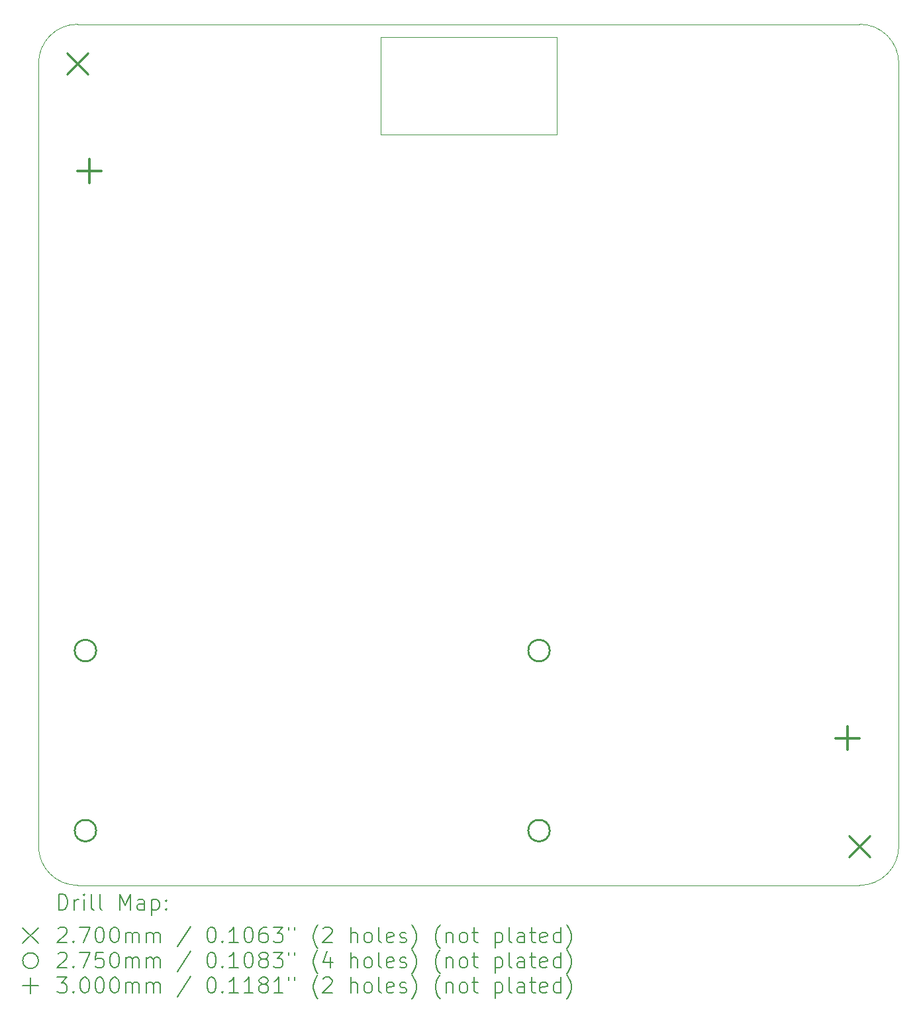
<source format=gbr>
%TF.GenerationSoftware,KiCad,Pcbnew,9.0.2*%
%TF.CreationDate,2025-07-02T14:38:04-04:00*%
%TF.ProjectId,PaperCam_Kicad,50617065-7243-4616-9d5f-4b696361642e,rev?*%
%TF.SameCoordinates,Original*%
%TF.FileFunction,Drillmap*%
%TF.FilePolarity,Positive*%
%FSLAX45Y45*%
G04 Gerber Fmt 4.5, Leading zero omitted, Abs format (unit mm)*
G04 Created by KiCad (PCBNEW 9.0.2) date 2025-07-02 14:38:04*
%MOMM*%
%LPD*%
G01*
G04 APERTURE LIST*
%ADD10C,0.050000*%
%ADD11C,0.200000*%
%ADD12C,0.270000*%
%ADD13C,0.275000*%
%ADD14C,0.300000*%
G04 APERTURE END LIST*
D10*
X0Y-10500000D02*
X0Y-500000D01*
X10500000Y-11000000D02*
X500000Y-11000000D01*
X10500000Y0D02*
G75*
G02*
X11000000Y-500000I0J-500000D01*
G01*
X500000Y-11000000D02*
G75*
G02*
X0Y-10500000I0J500000D01*
G01*
X11000000Y-500000D02*
X11000000Y-10500000D01*
X0Y-500000D02*
G75*
G02*
X500000Y0I500000J0D01*
G01*
X500000Y0D02*
X10500000Y0D01*
X4375000Y-162500D02*
X6625000Y-162500D01*
X6625000Y-1412500D01*
X4375000Y-1412500D01*
X4375000Y-162500D01*
X11000000Y-10500000D02*
G75*
G02*
X10500000Y-11000000I-500000J0D01*
G01*
D11*
D12*
X365000Y-365000D02*
X635000Y-635000D01*
X635000Y-365000D02*
X365000Y-635000D01*
X10365000Y-10365000D02*
X10635000Y-10635000D01*
X10635000Y-10365000D02*
X10365000Y-10635000D01*
D13*
X736875Y-8001250D02*
G75*
G02*
X461875Y-8001250I-137500J0D01*
G01*
X461875Y-8001250D02*
G75*
G02*
X736875Y-8001250I137500J0D01*
G01*
X736875Y-10301250D02*
G75*
G02*
X461875Y-10301250I-137500J0D01*
G01*
X461875Y-10301250D02*
G75*
G02*
X736875Y-10301250I137500J0D01*
G01*
X6536875Y-8001250D02*
G75*
G02*
X6261875Y-8001250I-137500J0D01*
G01*
X6261875Y-8001250D02*
G75*
G02*
X6536875Y-8001250I137500J0D01*
G01*
X6536875Y-10301250D02*
G75*
G02*
X6261875Y-10301250I-137500J0D01*
G01*
X6261875Y-10301250D02*
G75*
G02*
X6536875Y-10301250I137500J0D01*
G01*
D14*
X650275Y-1723984D02*
X650275Y-2023984D01*
X500275Y-1873984D02*
X800275Y-1873984D01*
X10342815Y-8970202D02*
X10342815Y-9270202D01*
X10192815Y-9120202D02*
X10492815Y-9120202D01*
D11*
X258277Y-11313984D02*
X258277Y-11113984D01*
X258277Y-11113984D02*
X305896Y-11113984D01*
X305896Y-11113984D02*
X334467Y-11123508D01*
X334467Y-11123508D02*
X353515Y-11142555D01*
X353515Y-11142555D02*
X363039Y-11161603D01*
X363039Y-11161603D02*
X372562Y-11199698D01*
X372562Y-11199698D02*
X372562Y-11228269D01*
X372562Y-11228269D02*
X363039Y-11266365D01*
X363039Y-11266365D02*
X353515Y-11285412D01*
X353515Y-11285412D02*
X334467Y-11304460D01*
X334467Y-11304460D02*
X305896Y-11313984D01*
X305896Y-11313984D02*
X258277Y-11313984D01*
X458277Y-11313984D02*
X458277Y-11180650D01*
X458277Y-11218746D02*
X467801Y-11199698D01*
X467801Y-11199698D02*
X477324Y-11190174D01*
X477324Y-11190174D02*
X496372Y-11180650D01*
X496372Y-11180650D02*
X515420Y-11180650D01*
X582086Y-11313984D02*
X582086Y-11180650D01*
X582086Y-11113984D02*
X572563Y-11123508D01*
X572563Y-11123508D02*
X582086Y-11133031D01*
X582086Y-11133031D02*
X591610Y-11123508D01*
X591610Y-11123508D02*
X582086Y-11113984D01*
X582086Y-11113984D02*
X582086Y-11133031D01*
X705896Y-11313984D02*
X686848Y-11304460D01*
X686848Y-11304460D02*
X677324Y-11285412D01*
X677324Y-11285412D02*
X677324Y-11113984D01*
X810658Y-11313984D02*
X791610Y-11304460D01*
X791610Y-11304460D02*
X782086Y-11285412D01*
X782086Y-11285412D02*
X782086Y-11113984D01*
X1039229Y-11313984D02*
X1039229Y-11113984D01*
X1039229Y-11113984D02*
X1105896Y-11256841D01*
X1105896Y-11256841D02*
X1172563Y-11113984D01*
X1172563Y-11113984D02*
X1172563Y-11313984D01*
X1353515Y-11313984D02*
X1353515Y-11209222D01*
X1353515Y-11209222D02*
X1343991Y-11190174D01*
X1343991Y-11190174D02*
X1324944Y-11180650D01*
X1324944Y-11180650D02*
X1286848Y-11180650D01*
X1286848Y-11180650D02*
X1267801Y-11190174D01*
X1353515Y-11304460D02*
X1334467Y-11313984D01*
X1334467Y-11313984D02*
X1286848Y-11313984D01*
X1286848Y-11313984D02*
X1267801Y-11304460D01*
X1267801Y-11304460D02*
X1258277Y-11285412D01*
X1258277Y-11285412D02*
X1258277Y-11266365D01*
X1258277Y-11266365D02*
X1267801Y-11247317D01*
X1267801Y-11247317D02*
X1286848Y-11237793D01*
X1286848Y-11237793D02*
X1334467Y-11237793D01*
X1334467Y-11237793D02*
X1353515Y-11228269D01*
X1448753Y-11180650D02*
X1448753Y-11380650D01*
X1448753Y-11190174D02*
X1467801Y-11180650D01*
X1467801Y-11180650D02*
X1505896Y-11180650D01*
X1505896Y-11180650D02*
X1524943Y-11190174D01*
X1524943Y-11190174D02*
X1534467Y-11199698D01*
X1534467Y-11199698D02*
X1543991Y-11218746D01*
X1543991Y-11218746D02*
X1543991Y-11275888D01*
X1543991Y-11275888D02*
X1534467Y-11294936D01*
X1534467Y-11294936D02*
X1524943Y-11304460D01*
X1524943Y-11304460D02*
X1505896Y-11313984D01*
X1505896Y-11313984D02*
X1467801Y-11313984D01*
X1467801Y-11313984D02*
X1448753Y-11304460D01*
X1629705Y-11294936D02*
X1639229Y-11304460D01*
X1639229Y-11304460D02*
X1629705Y-11313984D01*
X1629705Y-11313984D02*
X1620182Y-11304460D01*
X1620182Y-11304460D02*
X1629705Y-11294936D01*
X1629705Y-11294936D02*
X1629705Y-11313984D01*
X1629705Y-11190174D02*
X1639229Y-11199698D01*
X1639229Y-11199698D02*
X1629705Y-11209222D01*
X1629705Y-11209222D02*
X1620182Y-11199698D01*
X1620182Y-11199698D02*
X1629705Y-11190174D01*
X1629705Y-11190174D02*
X1629705Y-11209222D01*
X-202500Y-11542500D02*
X-2500Y-11742500D01*
X-2500Y-11542500D02*
X-202500Y-11742500D01*
X248753Y-11553031D02*
X258277Y-11543508D01*
X258277Y-11543508D02*
X277324Y-11533984D01*
X277324Y-11533984D02*
X324944Y-11533984D01*
X324944Y-11533984D02*
X343991Y-11543508D01*
X343991Y-11543508D02*
X353515Y-11553031D01*
X353515Y-11553031D02*
X363039Y-11572079D01*
X363039Y-11572079D02*
X363039Y-11591127D01*
X363039Y-11591127D02*
X353515Y-11619698D01*
X353515Y-11619698D02*
X239229Y-11733984D01*
X239229Y-11733984D02*
X363039Y-11733984D01*
X448753Y-11714936D02*
X458277Y-11724460D01*
X458277Y-11724460D02*
X448753Y-11733984D01*
X448753Y-11733984D02*
X439229Y-11724460D01*
X439229Y-11724460D02*
X448753Y-11714936D01*
X448753Y-11714936D02*
X448753Y-11733984D01*
X524944Y-11533984D02*
X658277Y-11533984D01*
X658277Y-11533984D02*
X572563Y-11733984D01*
X772562Y-11533984D02*
X791610Y-11533984D01*
X791610Y-11533984D02*
X810658Y-11543508D01*
X810658Y-11543508D02*
X820182Y-11553031D01*
X820182Y-11553031D02*
X829705Y-11572079D01*
X829705Y-11572079D02*
X839229Y-11610174D01*
X839229Y-11610174D02*
X839229Y-11657793D01*
X839229Y-11657793D02*
X829705Y-11695888D01*
X829705Y-11695888D02*
X820182Y-11714936D01*
X820182Y-11714936D02*
X810658Y-11724460D01*
X810658Y-11724460D02*
X791610Y-11733984D01*
X791610Y-11733984D02*
X772562Y-11733984D01*
X772562Y-11733984D02*
X753515Y-11724460D01*
X753515Y-11724460D02*
X743991Y-11714936D01*
X743991Y-11714936D02*
X734467Y-11695888D01*
X734467Y-11695888D02*
X724943Y-11657793D01*
X724943Y-11657793D02*
X724943Y-11610174D01*
X724943Y-11610174D02*
X734467Y-11572079D01*
X734467Y-11572079D02*
X743991Y-11553031D01*
X743991Y-11553031D02*
X753515Y-11543508D01*
X753515Y-11543508D02*
X772562Y-11533984D01*
X963039Y-11533984D02*
X982086Y-11533984D01*
X982086Y-11533984D02*
X1001134Y-11543508D01*
X1001134Y-11543508D02*
X1010658Y-11553031D01*
X1010658Y-11553031D02*
X1020182Y-11572079D01*
X1020182Y-11572079D02*
X1029705Y-11610174D01*
X1029705Y-11610174D02*
X1029705Y-11657793D01*
X1029705Y-11657793D02*
X1020182Y-11695888D01*
X1020182Y-11695888D02*
X1010658Y-11714936D01*
X1010658Y-11714936D02*
X1001134Y-11724460D01*
X1001134Y-11724460D02*
X982086Y-11733984D01*
X982086Y-11733984D02*
X963039Y-11733984D01*
X963039Y-11733984D02*
X943991Y-11724460D01*
X943991Y-11724460D02*
X934467Y-11714936D01*
X934467Y-11714936D02*
X924943Y-11695888D01*
X924943Y-11695888D02*
X915420Y-11657793D01*
X915420Y-11657793D02*
X915420Y-11610174D01*
X915420Y-11610174D02*
X924943Y-11572079D01*
X924943Y-11572079D02*
X934467Y-11553031D01*
X934467Y-11553031D02*
X943991Y-11543508D01*
X943991Y-11543508D02*
X963039Y-11533984D01*
X1115420Y-11733984D02*
X1115420Y-11600650D01*
X1115420Y-11619698D02*
X1124944Y-11610174D01*
X1124944Y-11610174D02*
X1143991Y-11600650D01*
X1143991Y-11600650D02*
X1172563Y-11600650D01*
X1172563Y-11600650D02*
X1191610Y-11610174D01*
X1191610Y-11610174D02*
X1201134Y-11629222D01*
X1201134Y-11629222D02*
X1201134Y-11733984D01*
X1201134Y-11629222D02*
X1210658Y-11610174D01*
X1210658Y-11610174D02*
X1229705Y-11600650D01*
X1229705Y-11600650D02*
X1258277Y-11600650D01*
X1258277Y-11600650D02*
X1277325Y-11610174D01*
X1277325Y-11610174D02*
X1286848Y-11629222D01*
X1286848Y-11629222D02*
X1286848Y-11733984D01*
X1382086Y-11733984D02*
X1382086Y-11600650D01*
X1382086Y-11619698D02*
X1391610Y-11610174D01*
X1391610Y-11610174D02*
X1410658Y-11600650D01*
X1410658Y-11600650D02*
X1439229Y-11600650D01*
X1439229Y-11600650D02*
X1458277Y-11610174D01*
X1458277Y-11610174D02*
X1467801Y-11629222D01*
X1467801Y-11629222D02*
X1467801Y-11733984D01*
X1467801Y-11629222D02*
X1477324Y-11610174D01*
X1477324Y-11610174D02*
X1496372Y-11600650D01*
X1496372Y-11600650D02*
X1524943Y-11600650D01*
X1524943Y-11600650D02*
X1543991Y-11610174D01*
X1543991Y-11610174D02*
X1553515Y-11629222D01*
X1553515Y-11629222D02*
X1553515Y-11733984D01*
X1943991Y-11524460D02*
X1772563Y-11781603D01*
X2201134Y-11533984D02*
X2220182Y-11533984D01*
X2220182Y-11533984D02*
X2239229Y-11543508D01*
X2239229Y-11543508D02*
X2248753Y-11553031D01*
X2248753Y-11553031D02*
X2258277Y-11572079D01*
X2258277Y-11572079D02*
X2267801Y-11610174D01*
X2267801Y-11610174D02*
X2267801Y-11657793D01*
X2267801Y-11657793D02*
X2258277Y-11695888D01*
X2258277Y-11695888D02*
X2248753Y-11714936D01*
X2248753Y-11714936D02*
X2239229Y-11724460D01*
X2239229Y-11724460D02*
X2220182Y-11733984D01*
X2220182Y-11733984D02*
X2201134Y-11733984D01*
X2201134Y-11733984D02*
X2182087Y-11724460D01*
X2182087Y-11724460D02*
X2172563Y-11714936D01*
X2172563Y-11714936D02*
X2163039Y-11695888D01*
X2163039Y-11695888D02*
X2153515Y-11657793D01*
X2153515Y-11657793D02*
X2153515Y-11610174D01*
X2153515Y-11610174D02*
X2163039Y-11572079D01*
X2163039Y-11572079D02*
X2172563Y-11553031D01*
X2172563Y-11553031D02*
X2182087Y-11543508D01*
X2182087Y-11543508D02*
X2201134Y-11533984D01*
X2353515Y-11714936D02*
X2363039Y-11724460D01*
X2363039Y-11724460D02*
X2353515Y-11733984D01*
X2353515Y-11733984D02*
X2343991Y-11724460D01*
X2343991Y-11724460D02*
X2353515Y-11714936D01*
X2353515Y-11714936D02*
X2353515Y-11733984D01*
X2553515Y-11733984D02*
X2439229Y-11733984D01*
X2496372Y-11733984D02*
X2496372Y-11533984D01*
X2496372Y-11533984D02*
X2477325Y-11562555D01*
X2477325Y-11562555D02*
X2458277Y-11581603D01*
X2458277Y-11581603D02*
X2439229Y-11591127D01*
X2677325Y-11533984D02*
X2696372Y-11533984D01*
X2696372Y-11533984D02*
X2715420Y-11543508D01*
X2715420Y-11543508D02*
X2724944Y-11553031D01*
X2724944Y-11553031D02*
X2734468Y-11572079D01*
X2734468Y-11572079D02*
X2743991Y-11610174D01*
X2743991Y-11610174D02*
X2743991Y-11657793D01*
X2743991Y-11657793D02*
X2734468Y-11695888D01*
X2734468Y-11695888D02*
X2724944Y-11714936D01*
X2724944Y-11714936D02*
X2715420Y-11724460D01*
X2715420Y-11724460D02*
X2696372Y-11733984D01*
X2696372Y-11733984D02*
X2677325Y-11733984D01*
X2677325Y-11733984D02*
X2658277Y-11724460D01*
X2658277Y-11724460D02*
X2648753Y-11714936D01*
X2648753Y-11714936D02*
X2639229Y-11695888D01*
X2639229Y-11695888D02*
X2629706Y-11657793D01*
X2629706Y-11657793D02*
X2629706Y-11610174D01*
X2629706Y-11610174D02*
X2639229Y-11572079D01*
X2639229Y-11572079D02*
X2648753Y-11553031D01*
X2648753Y-11553031D02*
X2658277Y-11543508D01*
X2658277Y-11543508D02*
X2677325Y-11533984D01*
X2915420Y-11533984D02*
X2877325Y-11533984D01*
X2877325Y-11533984D02*
X2858277Y-11543508D01*
X2858277Y-11543508D02*
X2848753Y-11553031D01*
X2848753Y-11553031D02*
X2829706Y-11581603D01*
X2829706Y-11581603D02*
X2820182Y-11619698D01*
X2820182Y-11619698D02*
X2820182Y-11695888D01*
X2820182Y-11695888D02*
X2829706Y-11714936D01*
X2829706Y-11714936D02*
X2839229Y-11724460D01*
X2839229Y-11724460D02*
X2858277Y-11733984D01*
X2858277Y-11733984D02*
X2896372Y-11733984D01*
X2896372Y-11733984D02*
X2915420Y-11724460D01*
X2915420Y-11724460D02*
X2924944Y-11714936D01*
X2924944Y-11714936D02*
X2934467Y-11695888D01*
X2934467Y-11695888D02*
X2934467Y-11648269D01*
X2934467Y-11648269D02*
X2924944Y-11629222D01*
X2924944Y-11629222D02*
X2915420Y-11619698D01*
X2915420Y-11619698D02*
X2896372Y-11610174D01*
X2896372Y-11610174D02*
X2858277Y-11610174D01*
X2858277Y-11610174D02*
X2839229Y-11619698D01*
X2839229Y-11619698D02*
X2829706Y-11629222D01*
X2829706Y-11629222D02*
X2820182Y-11648269D01*
X3001134Y-11533984D02*
X3124944Y-11533984D01*
X3124944Y-11533984D02*
X3058277Y-11610174D01*
X3058277Y-11610174D02*
X3086848Y-11610174D01*
X3086848Y-11610174D02*
X3105896Y-11619698D01*
X3105896Y-11619698D02*
X3115420Y-11629222D01*
X3115420Y-11629222D02*
X3124944Y-11648269D01*
X3124944Y-11648269D02*
X3124944Y-11695888D01*
X3124944Y-11695888D02*
X3115420Y-11714936D01*
X3115420Y-11714936D02*
X3105896Y-11724460D01*
X3105896Y-11724460D02*
X3086848Y-11733984D01*
X3086848Y-11733984D02*
X3029706Y-11733984D01*
X3029706Y-11733984D02*
X3010658Y-11724460D01*
X3010658Y-11724460D02*
X3001134Y-11714936D01*
X3201134Y-11533984D02*
X3201134Y-11572079D01*
X3277325Y-11533984D02*
X3277325Y-11572079D01*
X3572563Y-11810174D02*
X3563039Y-11800650D01*
X3563039Y-11800650D02*
X3543991Y-11772079D01*
X3543991Y-11772079D02*
X3534468Y-11753031D01*
X3534468Y-11753031D02*
X3524944Y-11724460D01*
X3524944Y-11724460D02*
X3515420Y-11676841D01*
X3515420Y-11676841D02*
X3515420Y-11638746D01*
X3515420Y-11638746D02*
X3524944Y-11591127D01*
X3524944Y-11591127D02*
X3534468Y-11562555D01*
X3534468Y-11562555D02*
X3543991Y-11543508D01*
X3543991Y-11543508D02*
X3563039Y-11514936D01*
X3563039Y-11514936D02*
X3572563Y-11505412D01*
X3639229Y-11553031D02*
X3648753Y-11543508D01*
X3648753Y-11543508D02*
X3667801Y-11533984D01*
X3667801Y-11533984D02*
X3715420Y-11533984D01*
X3715420Y-11533984D02*
X3734468Y-11543508D01*
X3734468Y-11543508D02*
X3743991Y-11553031D01*
X3743991Y-11553031D02*
X3753515Y-11572079D01*
X3753515Y-11572079D02*
X3753515Y-11591127D01*
X3753515Y-11591127D02*
X3743991Y-11619698D01*
X3743991Y-11619698D02*
X3629706Y-11733984D01*
X3629706Y-11733984D02*
X3753515Y-11733984D01*
X3991610Y-11733984D02*
X3991610Y-11533984D01*
X4077325Y-11733984D02*
X4077325Y-11629222D01*
X4077325Y-11629222D02*
X4067801Y-11610174D01*
X4067801Y-11610174D02*
X4048753Y-11600650D01*
X4048753Y-11600650D02*
X4020182Y-11600650D01*
X4020182Y-11600650D02*
X4001134Y-11610174D01*
X4001134Y-11610174D02*
X3991610Y-11619698D01*
X4201134Y-11733984D02*
X4182087Y-11724460D01*
X4182087Y-11724460D02*
X4172563Y-11714936D01*
X4172563Y-11714936D02*
X4163039Y-11695888D01*
X4163039Y-11695888D02*
X4163039Y-11638746D01*
X4163039Y-11638746D02*
X4172563Y-11619698D01*
X4172563Y-11619698D02*
X4182087Y-11610174D01*
X4182087Y-11610174D02*
X4201134Y-11600650D01*
X4201134Y-11600650D02*
X4229706Y-11600650D01*
X4229706Y-11600650D02*
X4248753Y-11610174D01*
X4248753Y-11610174D02*
X4258277Y-11619698D01*
X4258277Y-11619698D02*
X4267801Y-11638746D01*
X4267801Y-11638746D02*
X4267801Y-11695888D01*
X4267801Y-11695888D02*
X4258277Y-11714936D01*
X4258277Y-11714936D02*
X4248753Y-11724460D01*
X4248753Y-11724460D02*
X4229706Y-11733984D01*
X4229706Y-11733984D02*
X4201134Y-11733984D01*
X4382087Y-11733984D02*
X4363039Y-11724460D01*
X4363039Y-11724460D02*
X4353515Y-11705412D01*
X4353515Y-11705412D02*
X4353515Y-11533984D01*
X4534468Y-11724460D02*
X4515420Y-11733984D01*
X4515420Y-11733984D02*
X4477325Y-11733984D01*
X4477325Y-11733984D02*
X4458277Y-11724460D01*
X4458277Y-11724460D02*
X4448753Y-11705412D01*
X4448753Y-11705412D02*
X4448753Y-11629222D01*
X4448753Y-11629222D02*
X4458277Y-11610174D01*
X4458277Y-11610174D02*
X4477325Y-11600650D01*
X4477325Y-11600650D02*
X4515420Y-11600650D01*
X4515420Y-11600650D02*
X4534468Y-11610174D01*
X4534468Y-11610174D02*
X4543992Y-11629222D01*
X4543992Y-11629222D02*
X4543992Y-11648269D01*
X4543992Y-11648269D02*
X4448753Y-11667317D01*
X4620182Y-11724460D02*
X4639230Y-11733984D01*
X4639230Y-11733984D02*
X4677325Y-11733984D01*
X4677325Y-11733984D02*
X4696373Y-11724460D01*
X4696373Y-11724460D02*
X4705896Y-11705412D01*
X4705896Y-11705412D02*
X4705896Y-11695888D01*
X4705896Y-11695888D02*
X4696373Y-11676841D01*
X4696373Y-11676841D02*
X4677325Y-11667317D01*
X4677325Y-11667317D02*
X4648753Y-11667317D01*
X4648753Y-11667317D02*
X4629706Y-11657793D01*
X4629706Y-11657793D02*
X4620182Y-11638746D01*
X4620182Y-11638746D02*
X4620182Y-11629222D01*
X4620182Y-11629222D02*
X4629706Y-11610174D01*
X4629706Y-11610174D02*
X4648753Y-11600650D01*
X4648753Y-11600650D02*
X4677325Y-11600650D01*
X4677325Y-11600650D02*
X4696373Y-11610174D01*
X4772563Y-11810174D02*
X4782087Y-11800650D01*
X4782087Y-11800650D02*
X4801134Y-11772079D01*
X4801134Y-11772079D02*
X4810658Y-11753031D01*
X4810658Y-11753031D02*
X4820182Y-11724460D01*
X4820182Y-11724460D02*
X4829706Y-11676841D01*
X4829706Y-11676841D02*
X4829706Y-11638746D01*
X4829706Y-11638746D02*
X4820182Y-11591127D01*
X4820182Y-11591127D02*
X4810658Y-11562555D01*
X4810658Y-11562555D02*
X4801134Y-11543508D01*
X4801134Y-11543508D02*
X4782087Y-11514936D01*
X4782087Y-11514936D02*
X4772563Y-11505412D01*
X5134468Y-11810174D02*
X5124944Y-11800650D01*
X5124944Y-11800650D02*
X5105896Y-11772079D01*
X5105896Y-11772079D02*
X5096373Y-11753031D01*
X5096373Y-11753031D02*
X5086849Y-11724460D01*
X5086849Y-11724460D02*
X5077325Y-11676841D01*
X5077325Y-11676841D02*
X5077325Y-11638746D01*
X5077325Y-11638746D02*
X5086849Y-11591127D01*
X5086849Y-11591127D02*
X5096373Y-11562555D01*
X5096373Y-11562555D02*
X5105896Y-11543508D01*
X5105896Y-11543508D02*
X5124944Y-11514936D01*
X5124944Y-11514936D02*
X5134468Y-11505412D01*
X5210658Y-11600650D02*
X5210658Y-11733984D01*
X5210658Y-11619698D02*
X5220182Y-11610174D01*
X5220182Y-11610174D02*
X5239230Y-11600650D01*
X5239230Y-11600650D02*
X5267801Y-11600650D01*
X5267801Y-11600650D02*
X5286849Y-11610174D01*
X5286849Y-11610174D02*
X5296373Y-11629222D01*
X5296373Y-11629222D02*
X5296373Y-11733984D01*
X5420182Y-11733984D02*
X5401134Y-11724460D01*
X5401134Y-11724460D02*
X5391611Y-11714936D01*
X5391611Y-11714936D02*
X5382087Y-11695888D01*
X5382087Y-11695888D02*
X5382087Y-11638746D01*
X5382087Y-11638746D02*
X5391611Y-11619698D01*
X5391611Y-11619698D02*
X5401134Y-11610174D01*
X5401134Y-11610174D02*
X5420182Y-11600650D01*
X5420182Y-11600650D02*
X5448754Y-11600650D01*
X5448754Y-11600650D02*
X5467801Y-11610174D01*
X5467801Y-11610174D02*
X5477325Y-11619698D01*
X5477325Y-11619698D02*
X5486849Y-11638746D01*
X5486849Y-11638746D02*
X5486849Y-11695888D01*
X5486849Y-11695888D02*
X5477325Y-11714936D01*
X5477325Y-11714936D02*
X5467801Y-11724460D01*
X5467801Y-11724460D02*
X5448754Y-11733984D01*
X5448754Y-11733984D02*
X5420182Y-11733984D01*
X5543992Y-11600650D02*
X5620182Y-11600650D01*
X5572563Y-11533984D02*
X5572563Y-11705412D01*
X5572563Y-11705412D02*
X5582087Y-11724460D01*
X5582087Y-11724460D02*
X5601134Y-11733984D01*
X5601134Y-11733984D02*
X5620182Y-11733984D01*
X5839230Y-11600650D02*
X5839230Y-11800650D01*
X5839230Y-11610174D02*
X5858277Y-11600650D01*
X5858277Y-11600650D02*
X5896373Y-11600650D01*
X5896373Y-11600650D02*
X5915420Y-11610174D01*
X5915420Y-11610174D02*
X5924944Y-11619698D01*
X5924944Y-11619698D02*
X5934468Y-11638746D01*
X5934468Y-11638746D02*
X5934468Y-11695888D01*
X5934468Y-11695888D02*
X5924944Y-11714936D01*
X5924944Y-11714936D02*
X5915420Y-11724460D01*
X5915420Y-11724460D02*
X5896373Y-11733984D01*
X5896373Y-11733984D02*
X5858277Y-11733984D01*
X5858277Y-11733984D02*
X5839230Y-11724460D01*
X6048753Y-11733984D02*
X6029706Y-11724460D01*
X6029706Y-11724460D02*
X6020182Y-11705412D01*
X6020182Y-11705412D02*
X6020182Y-11533984D01*
X6210658Y-11733984D02*
X6210658Y-11629222D01*
X6210658Y-11629222D02*
X6201134Y-11610174D01*
X6201134Y-11610174D02*
X6182087Y-11600650D01*
X6182087Y-11600650D02*
X6143992Y-11600650D01*
X6143992Y-11600650D02*
X6124944Y-11610174D01*
X6210658Y-11724460D02*
X6191611Y-11733984D01*
X6191611Y-11733984D02*
X6143992Y-11733984D01*
X6143992Y-11733984D02*
X6124944Y-11724460D01*
X6124944Y-11724460D02*
X6115420Y-11705412D01*
X6115420Y-11705412D02*
X6115420Y-11686365D01*
X6115420Y-11686365D02*
X6124944Y-11667317D01*
X6124944Y-11667317D02*
X6143992Y-11657793D01*
X6143992Y-11657793D02*
X6191611Y-11657793D01*
X6191611Y-11657793D02*
X6210658Y-11648269D01*
X6277325Y-11600650D02*
X6353515Y-11600650D01*
X6305896Y-11533984D02*
X6305896Y-11705412D01*
X6305896Y-11705412D02*
X6315420Y-11724460D01*
X6315420Y-11724460D02*
X6334468Y-11733984D01*
X6334468Y-11733984D02*
X6353515Y-11733984D01*
X6496373Y-11724460D02*
X6477325Y-11733984D01*
X6477325Y-11733984D02*
X6439230Y-11733984D01*
X6439230Y-11733984D02*
X6420182Y-11724460D01*
X6420182Y-11724460D02*
X6410658Y-11705412D01*
X6410658Y-11705412D02*
X6410658Y-11629222D01*
X6410658Y-11629222D02*
X6420182Y-11610174D01*
X6420182Y-11610174D02*
X6439230Y-11600650D01*
X6439230Y-11600650D02*
X6477325Y-11600650D01*
X6477325Y-11600650D02*
X6496373Y-11610174D01*
X6496373Y-11610174D02*
X6505896Y-11629222D01*
X6505896Y-11629222D02*
X6505896Y-11648269D01*
X6505896Y-11648269D02*
X6410658Y-11667317D01*
X6677325Y-11733984D02*
X6677325Y-11533984D01*
X6677325Y-11724460D02*
X6658277Y-11733984D01*
X6658277Y-11733984D02*
X6620182Y-11733984D01*
X6620182Y-11733984D02*
X6601134Y-11724460D01*
X6601134Y-11724460D02*
X6591611Y-11714936D01*
X6591611Y-11714936D02*
X6582087Y-11695888D01*
X6582087Y-11695888D02*
X6582087Y-11638746D01*
X6582087Y-11638746D02*
X6591611Y-11619698D01*
X6591611Y-11619698D02*
X6601134Y-11610174D01*
X6601134Y-11610174D02*
X6620182Y-11600650D01*
X6620182Y-11600650D02*
X6658277Y-11600650D01*
X6658277Y-11600650D02*
X6677325Y-11610174D01*
X6753515Y-11810174D02*
X6763039Y-11800650D01*
X6763039Y-11800650D02*
X6782087Y-11772079D01*
X6782087Y-11772079D02*
X6791611Y-11753031D01*
X6791611Y-11753031D02*
X6801134Y-11724460D01*
X6801134Y-11724460D02*
X6810658Y-11676841D01*
X6810658Y-11676841D02*
X6810658Y-11638746D01*
X6810658Y-11638746D02*
X6801134Y-11591127D01*
X6801134Y-11591127D02*
X6791611Y-11562555D01*
X6791611Y-11562555D02*
X6782087Y-11543508D01*
X6782087Y-11543508D02*
X6763039Y-11514936D01*
X6763039Y-11514936D02*
X6753515Y-11505412D01*
X-2500Y-11962500D02*
G75*
G02*
X-202500Y-11962500I-100000J0D01*
G01*
X-202500Y-11962500D02*
G75*
G02*
X-2500Y-11962500I100000J0D01*
G01*
X248753Y-11873031D02*
X258277Y-11863508D01*
X258277Y-11863508D02*
X277324Y-11853984D01*
X277324Y-11853984D02*
X324944Y-11853984D01*
X324944Y-11853984D02*
X343991Y-11863508D01*
X343991Y-11863508D02*
X353515Y-11873031D01*
X353515Y-11873031D02*
X363039Y-11892079D01*
X363039Y-11892079D02*
X363039Y-11911127D01*
X363039Y-11911127D02*
X353515Y-11939698D01*
X353515Y-11939698D02*
X239229Y-12053984D01*
X239229Y-12053984D02*
X363039Y-12053984D01*
X448753Y-12034936D02*
X458277Y-12044460D01*
X458277Y-12044460D02*
X448753Y-12053984D01*
X448753Y-12053984D02*
X439229Y-12044460D01*
X439229Y-12044460D02*
X448753Y-12034936D01*
X448753Y-12034936D02*
X448753Y-12053984D01*
X524944Y-11853984D02*
X658277Y-11853984D01*
X658277Y-11853984D02*
X572563Y-12053984D01*
X829705Y-11853984D02*
X734467Y-11853984D01*
X734467Y-11853984D02*
X724943Y-11949222D01*
X724943Y-11949222D02*
X734467Y-11939698D01*
X734467Y-11939698D02*
X753515Y-11930174D01*
X753515Y-11930174D02*
X801134Y-11930174D01*
X801134Y-11930174D02*
X820182Y-11939698D01*
X820182Y-11939698D02*
X829705Y-11949222D01*
X829705Y-11949222D02*
X839229Y-11968269D01*
X839229Y-11968269D02*
X839229Y-12015888D01*
X839229Y-12015888D02*
X829705Y-12034936D01*
X829705Y-12034936D02*
X820182Y-12044460D01*
X820182Y-12044460D02*
X801134Y-12053984D01*
X801134Y-12053984D02*
X753515Y-12053984D01*
X753515Y-12053984D02*
X734467Y-12044460D01*
X734467Y-12044460D02*
X724943Y-12034936D01*
X963039Y-11853984D02*
X982086Y-11853984D01*
X982086Y-11853984D02*
X1001134Y-11863508D01*
X1001134Y-11863508D02*
X1010658Y-11873031D01*
X1010658Y-11873031D02*
X1020182Y-11892079D01*
X1020182Y-11892079D02*
X1029705Y-11930174D01*
X1029705Y-11930174D02*
X1029705Y-11977793D01*
X1029705Y-11977793D02*
X1020182Y-12015888D01*
X1020182Y-12015888D02*
X1010658Y-12034936D01*
X1010658Y-12034936D02*
X1001134Y-12044460D01*
X1001134Y-12044460D02*
X982086Y-12053984D01*
X982086Y-12053984D02*
X963039Y-12053984D01*
X963039Y-12053984D02*
X943991Y-12044460D01*
X943991Y-12044460D02*
X934467Y-12034936D01*
X934467Y-12034936D02*
X924943Y-12015888D01*
X924943Y-12015888D02*
X915420Y-11977793D01*
X915420Y-11977793D02*
X915420Y-11930174D01*
X915420Y-11930174D02*
X924943Y-11892079D01*
X924943Y-11892079D02*
X934467Y-11873031D01*
X934467Y-11873031D02*
X943991Y-11863508D01*
X943991Y-11863508D02*
X963039Y-11853984D01*
X1115420Y-12053984D02*
X1115420Y-11920650D01*
X1115420Y-11939698D02*
X1124944Y-11930174D01*
X1124944Y-11930174D02*
X1143991Y-11920650D01*
X1143991Y-11920650D02*
X1172563Y-11920650D01*
X1172563Y-11920650D02*
X1191610Y-11930174D01*
X1191610Y-11930174D02*
X1201134Y-11949222D01*
X1201134Y-11949222D02*
X1201134Y-12053984D01*
X1201134Y-11949222D02*
X1210658Y-11930174D01*
X1210658Y-11930174D02*
X1229705Y-11920650D01*
X1229705Y-11920650D02*
X1258277Y-11920650D01*
X1258277Y-11920650D02*
X1277325Y-11930174D01*
X1277325Y-11930174D02*
X1286848Y-11949222D01*
X1286848Y-11949222D02*
X1286848Y-12053984D01*
X1382086Y-12053984D02*
X1382086Y-11920650D01*
X1382086Y-11939698D02*
X1391610Y-11930174D01*
X1391610Y-11930174D02*
X1410658Y-11920650D01*
X1410658Y-11920650D02*
X1439229Y-11920650D01*
X1439229Y-11920650D02*
X1458277Y-11930174D01*
X1458277Y-11930174D02*
X1467801Y-11949222D01*
X1467801Y-11949222D02*
X1467801Y-12053984D01*
X1467801Y-11949222D02*
X1477324Y-11930174D01*
X1477324Y-11930174D02*
X1496372Y-11920650D01*
X1496372Y-11920650D02*
X1524943Y-11920650D01*
X1524943Y-11920650D02*
X1543991Y-11930174D01*
X1543991Y-11930174D02*
X1553515Y-11949222D01*
X1553515Y-11949222D02*
X1553515Y-12053984D01*
X1943991Y-11844460D02*
X1772563Y-12101603D01*
X2201134Y-11853984D02*
X2220182Y-11853984D01*
X2220182Y-11853984D02*
X2239229Y-11863508D01*
X2239229Y-11863508D02*
X2248753Y-11873031D01*
X2248753Y-11873031D02*
X2258277Y-11892079D01*
X2258277Y-11892079D02*
X2267801Y-11930174D01*
X2267801Y-11930174D02*
X2267801Y-11977793D01*
X2267801Y-11977793D02*
X2258277Y-12015888D01*
X2258277Y-12015888D02*
X2248753Y-12034936D01*
X2248753Y-12034936D02*
X2239229Y-12044460D01*
X2239229Y-12044460D02*
X2220182Y-12053984D01*
X2220182Y-12053984D02*
X2201134Y-12053984D01*
X2201134Y-12053984D02*
X2182087Y-12044460D01*
X2182087Y-12044460D02*
X2172563Y-12034936D01*
X2172563Y-12034936D02*
X2163039Y-12015888D01*
X2163039Y-12015888D02*
X2153515Y-11977793D01*
X2153515Y-11977793D02*
X2153515Y-11930174D01*
X2153515Y-11930174D02*
X2163039Y-11892079D01*
X2163039Y-11892079D02*
X2172563Y-11873031D01*
X2172563Y-11873031D02*
X2182087Y-11863508D01*
X2182087Y-11863508D02*
X2201134Y-11853984D01*
X2353515Y-12034936D02*
X2363039Y-12044460D01*
X2363039Y-12044460D02*
X2353515Y-12053984D01*
X2353515Y-12053984D02*
X2343991Y-12044460D01*
X2343991Y-12044460D02*
X2353515Y-12034936D01*
X2353515Y-12034936D02*
X2353515Y-12053984D01*
X2553515Y-12053984D02*
X2439229Y-12053984D01*
X2496372Y-12053984D02*
X2496372Y-11853984D01*
X2496372Y-11853984D02*
X2477325Y-11882555D01*
X2477325Y-11882555D02*
X2458277Y-11901603D01*
X2458277Y-11901603D02*
X2439229Y-11911127D01*
X2677325Y-11853984D02*
X2696372Y-11853984D01*
X2696372Y-11853984D02*
X2715420Y-11863508D01*
X2715420Y-11863508D02*
X2724944Y-11873031D01*
X2724944Y-11873031D02*
X2734468Y-11892079D01*
X2734468Y-11892079D02*
X2743991Y-11930174D01*
X2743991Y-11930174D02*
X2743991Y-11977793D01*
X2743991Y-11977793D02*
X2734468Y-12015888D01*
X2734468Y-12015888D02*
X2724944Y-12034936D01*
X2724944Y-12034936D02*
X2715420Y-12044460D01*
X2715420Y-12044460D02*
X2696372Y-12053984D01*
X2696372Y-12053984D02*
X2677325Y-12053984D01*
X2677325Y-12053984D02*
X2658277Y-12044460D01*
X2658277Y-12044460D02*
X2648753Y-12034936D01*
X2648753Y-12034936D02*
X2639229Y-12015888D01*
X2639229Y-12015888D02*
X2629706Y-11977793D01*
X2629706Y-11977793D02*
X2629706Y-11930174D01*
X2629706Y-11930174D02*
X2639229Y-11892079D01*
X2639229Y-11892079D02*
X2648753Y-11873031D01*
X2648753Y-11873031D02*
X2658277Y-11863508D01*
X2658277Y-11863508D02*
X2677325Y-11853984D01*
X2858277Y-11939698D02*
X2839229Y-11930174D01*
X2839229Y-11930174D02*
X2829706Y-11920650D01*
X2829706Y-11920650D02*
X2820182Y-11901603D01*
X2820182Y-11901603D02*
X2820182Y-11892079D01*
X2820182Y-11892079D02*
X2829706Y-11873031D01*
X2829706Y-11873031D02*
X2839229Y-11863508D01*
X2839229Y-11863508D02*
X2858277Y-11853984D01*
X2858277Y-11853984D02*
X2896372Y-11853984D01*
X2896372Y-11853984D02*
X2915420Y-11863508D01*
X2915420Y-11863508D02*
X2924944Y-11873031D01*
X2924944Y-11873031D02*
X2934467Y-11892079D01*
X2934467Y-11892079D02*
X2934467Y-11901603D01*
X2934467Y-11901603D02*
X2924944Y-11920650D01*
X2924944Y-11920650D02*
X2915420Y-11930174D01*
X2915420Y-11930174D02*
X2896372Y-11939698D01*
X2896372Y-11939698D02*
X2858277Y-11939698D01*
X2858277Y-11939698D02*
X2839229Y-11949222D01*
X2839229Y-11949222D02*
X2829706Y-11958746D01*
X2829706Y-11958746D02*
X2820182Y-11977793D01*
X2820182Y-11977793D02*
X2820182Y-12015888D01*
X2820182Y-12015888D02*
X2829706Y-12034936D01*
X2829706Y-12034936D02*
X2839229Y-12044460D01*
X2839229Y-12044460D02*
X2858277Y-12053984D01*
X2858277Y-12053984D02*
X2896372Y-12053984D01*
X2896372Y-12053984D02*
X2915420Y-12044460D01*
X2915420Y-12044460D02*
X2924944Y-12034936D01*
X2924944Y-12034936D02*
X2934467Y-12015888D01*
X2934467Y-12015888D02*
X2934467Y-11977793D01*
X2934467Y-11977793D02*
X2924944Y-11958746D01*
X2924944Y-11958746D02*
X2915420Y-11949222D01*
X2915420Y-11949222D02*
X2896372Y-11939698D01*
X3001134Y-11853984D02*
X3124944Y-11853984D01*
X3124944Y-11853984D02*
X3058277Y-11930174D01*
X3058277Y-11930174D02*
X3086848Y-11930174D01*
X3086848Y-11930174D02*
X3105896Y-11939698D01*
X3105896Y-11939698D02*
X3115420Y-11949222D01*
X3115420Y-11949222D02*
X3124944Y-11968269D01*
X3124944Y-11968269D02*
X3124944Y-12015888D01*
X3124944Y-12015888D02*
X3115420Y-12034936D01*
X3115420Y-12034936D02*
X3105896Y-12044460D01*
X3105896Y-12044460D02*
X3086848Y-12053984D01*
X3086848Y-12053984D02*
X3029706Y-12053984D01*
X3029706Y-12053984D02*
X3010658Y-12044460D01*
X3010658Y-12044460D02*
X3001134Y-12034936D01*
X3201134Y-11853984D02*
X3201134Y-11892079D01*
X3277325Y-11853984D02*
X3277325Y-11892079D01*
X3572563Y-12130174D02*
X3563039Y-12120650D01*
X3563039Y-12120650D02*
X3543991Y-12092079D01*
X3543991Y-12092079D02*
X3534468Y-12073031D01*
X3534468Y-12073031D02*
X3524944Y-12044460D01*
X3524944Y-12044460D02*
X3515420Y-11996841D01*
X3515420Y-11996841D02*
X3515420Y-11958746D01*
X3515420Y-11958746D02*
X3524944Y-11911127D01*
X3524944Y-11911127D02*
X3534468Y-11882555D01*
X3534468Y-11882555D02*
X3543991Y-11863508D01*
X3543991Y-11863508D02*
X3563039Y-11834936D01*
X3563039Y-11834936D02*
X3572563Y-11825412D01*
X3734468Y-11920650D02*
X3734468Y-12053984D01*
X3686848Y-11844460D02*
X3639229Y-11987317D01*
X3639229Y-11987317D02*
X3763039Y-11987317D01*
X3991610Y-12053984D02*
X3991610Y-11853984D01*
X4077325Y-12053984D02*
X4077325Y-11949222D01*
X4077325Y-11949222D02*
X4067801Y-11930174D01*
X4067801Y-11930174D02*
X4048753Y-11920650D01*
X4048753Y-11920650D02*
X4020182Y-11920650D01*
X4020182Y-11920650D02*
X4001134Y-11930174D01*
X4001134Y-11930174D02*
X3991610Y-11939698D01*
X4201134Y-12053984D02*
X4182087Y-12044460D01*
X4182087Y-12044460D02*
X4172563Y-12034936D01*
X4172563Y-12034936D02*
X4163039Y-12015888D01*
X4163039Y-12015888D02*
X4163039Y-11958746D01*
X4163039Y-11958746D02*
X4172563Y-11939698D01*
X4172563Y-11939698D02*
X4182087Y-11930174D01*
X4182087Y-11930174D02*
X4201134Y-11920650D01*
X4201134Y-11920650D02*
X4229706Y-11920650D01*
X4229706Y-11920650D02*
X4248753Y-11930174D01*
X4248753Y-11930174D02*
X4258277Y-11939698D01*
X4258277Y-11939698D02*
X4267801Y-11958746D01*
X4267801Y-11958746D02*
X4267801Y-12015888D01*
X4267801Y-12015888D02*
X4258277Y-12034936D01*
X4258277Y-12034936D02*
X4248753Y-12044460D01*
X4248753Y-12044460D02*
X4229706Y-12053984D01*
X4229706Y-12053984D02*
X4201134Y-12053984D01*
X4382087Y-12053984D02*
X4363039Y-12044460D01*
X4363039Y-12044460D02*
X4353515Y-12025412D01*
X4353515Y-12025412D02*
X4353515Y-11853984D01*
X4534468Y-12044460D02*
X4515420Y-12053984D01*
X4515420Y-12053984D02*
X4477325Y-12053984D01*
X4477325Y-12053984D02*
X4458277Y-12044460D01*
X4458277Y-12044460D02*
X4448753Y-12025412D01*
X4448753Y-12025412D02*
X4448753Y-11949222D01*
X4448753Y-11949222D02*
X4458277Y-11930174D01*
X4458277Y-11930174D02*
X4477325Y-11920650D01*
X4477325Y-11920650D02*
X4515420Y-11920650D01*
X4515420Y-11920650D02*
X4534468Y-11930174D01*
X4534468Y-11930174D02*
X4543992Y-11949222D01*
X4543992Y-11949222D02*
X4543992Y-11968269D01*
X4543992Y-11968269D02*
X4448753Y-11987317D01*
X4620182Y-12044460D02*
X4639230Y-12053984D01*
X4639230Y-12053984D02*
X4677325Y-12053984D01*
X4677325Y-12053984D02*
X4696373Y-12044460D01*
X4696373Y-12044460D02*
X4705896Y-12025412D01*
X4705896Y-12025412D02*
X4705896Y-12015888D01*
X4705896Y-12015888D02*
X4696373Y-11996841D01*
X4696373Y-11996841D02*
X4677325Y-11987317D01*
X4677325Y-11987317D02*
X4648753Y-11987317D01*
X4648753Y-11987317D02*
X4629706Y-11977793D01*
X4629706Y-11977793D02*
X4620182Y-11958746D01*
X4620182Y-11958746D02*
X4620182Y-11949222D01*
X4620182Y-11949222D02*
X4629706Y-11930174D01*
X4629706Y-11930174D02*
X4648753Y-11920650D01*
X4648753Y-11920650D02*
X4677325Y-11920650D01*
X4677325Y-11920650D02*
X4696373Y-11930174D01*
X4772563Y-12130174D02*
X4782087Y-12120650D01*
X4782087Y-12120650D02*
X4801134Y-12092079D01*
X4801134Y-12092079D02*
X4810658Y-12073031D01*
X4810658Y-12073031D02*
X4820182Y-12044460D01*
X4820182Y-12044460D02*
X4829706Y-11996841D01*
X4829706Y-11996841D02*
X4829706Y-11958746D01*
X4829706Y-11958746D02*
X4820182Y-11911127D01*
X4820182Y-11911127D02*
X4810658Y-11882555D01*
X4810658Y-11882555D02*
X4801134Y-11863508D01*
X4801134Y-11863508D02*
X4782087Y-11834936D01*
X4782087Y-11834936D02*
X4772563Y-11825412D01*
X5134468Y-12130174D02*
X5124944Y-12120650D01*
X5124944Y-12120650D02*
X5105896Y-12092079D01*
X5105896Y-12092079D02*
X5096373Y-12073031D01*
X5096373Y-12073031D02*
X5086849Y-12044460D01*
X5086849Y-12044460D02*
X5077325Y-11996841D01*
X5077325Y-11996841D02*
X5077325Y-11958746D01*
X5077325Y-11958746D02*
X5086849Y-11911127D01*
X5086849Y-11911127D02*
X5096373Y-11882555D01*
X5096373Y-11882555D02*
X5105896Y-11863508D01*
X5105896Y-11863508D02*
X5124944Y-11834936D01*
X5124944Y-11834936D02*
X5134468Y-11825412D01*
X5210658Y-11920650D02*
X5210658Y-12053984D01*
X5210658Y-11939698D02*
X5220182Y-11930174D01*
X5220182Y-11930174D02*
X5239230Y-11920650D01*
X5239230Y-11920650D02*
X5267801Y-11920650D01*
X5267801Y-11920650D02*
X5286849Y-11930174D01*
X5286849Y-11930174D02*
X5296373Y-11949222D01*
X5296373Y-11949222D02*
X5296373Y-12053984D01*
X5420182Y-12053984D02*
X5401134Y-12044460D01*
X5401134Y-12044460D02*
X5391611Y-12034936D01*
X5391611Y-12034936D02*
X5382087Y-12015888D01*
X5382087Y-12015888D02*
X5382087Y-11958746D01*
X5382087Y-11958746D02*
X5391611Y-11939698D01*
X5391611Y-11939698D02*
X5401134Y-11930174D01*
X5401134Y-11930174D02*
X5420182Y-11920650D01*
X5420182Y-11920650D02*
X5448754Y-11920650D01*
X5448754Y-11920650D02*
X5467801Y-11930174D01*
X5467801Y-11930174D02*
X5477325Y-11939698D01*
X5477325Y-11939698D02*
X5486849Y-11958746D01*
X5486849Y-11958746D02*
X5486849Y-12015888D01*
X5486849Y-12015888D02*
X5477325Y-12034936D01*
X5477325Y-12034936D02*
X5467801Y-12044460D01*
X5467801Y-12044460D02*
X5448754Y-12053984D01*
X5448754Y-12053984D02*
X5420182Y-12053984D01*
X5543992Y-11920650D02*
X5620182Y-11920650D01*
X5572563Y-11853984D02*
X5572563Y-12025412D01*
X5572563Y-12025412D02*
X5582087Y-12044460D01*
X5582087Y-12044460D02*
X5601134Y-12053984D01*
X5601134Y-12053984D02*
X5620182Y-12053984D01*
X5839230Y-11920650D02*
X5839230Y-12120650D01*
X5839230Y-11930174D02*
X5858277Y-11920650D01*
X5858277Y-11920650D02*
X5896373Y-11920650D01*
X5896373Y-11920650D02*
X5915420Y-11930174D01*
X5915420Y-11930174D02*
X5924944Y-11939698D01*
X5924944Y-11939698D02*
X5934468Y-11958746D01*
X5934468Y-11958746D02*
X5934468Y-12015888D01*
X5934468Y-12015888D02*
X5924944Y-12034936D01*
X5924944Y-12034936D02*
X5915420Y-12044460D01*
X5915420Y-12044460D02*
X5896373Y-12053984D01*
X5896373Y-12053984D02*
X5858277Y-12053984D01*
X5858277Y-12053984D02*
X5839230Y-12044460D01*
X6048753Y-12053984D02*
X6029706Y-12044460D01*
X6029706Y-12044460D02*
X6020182Y-12025412D01*
X6020182Y-12025412D02*
X6020182Y-11853984D01*
X6210658Y-12053984D02*
X6210658Y-11949222D01*
X6210658Y-11949222D02*
X6201134Y-11930174D01*
X6201134Y-11930174D02*
X6182087Y-11920650D01*
X6182087Y-11920650D02*
X6143992Y-11920650D01*
X6143992Y-11920650D02*
X6124944Y-11930174D01*
X6210658Y-12044460D02*
X6191611Y-12053984D01*
X6191611Y-12053984D02*
X6143992Y-12053984D01*
X6143992Y-12053984D02*
X6124944Y-12044460D01*
X6124944Y-12044460D02*
X6115420Y-12025412D01*
X6115420Y-12025412D02*
X6115420Y-12006365D01*
X6115420Y-12006365D02*
X6124944Y-11987317D01*
X6124944Y-11987317D02*
X6143992Y-11977793D01*
X6143992Y-11977793D02*
X6191611Y-11977793D01*
X6191611Y-11977793D02*
X6210658Y-11968269D01*
X6277325Y-11920650D02*
X6353515Y-11920650D01*
X6305896Y-11853984D02*
X6305896Y-12025412D01*
X6305896Y-12025412D02*
X6315420Y-12044460D01*
X6315420Y-12044460D02*
X6334468Y-12053984D01*
X6334468Y-12053984D02*
X6353515Y-12053984D01*
X6496373Y-12044460D02*
X6477325Y-12053984D01*
X6477325Y-12053984D02*
X6439230Y-12053984D01*
X6439230Y-12053984D02*
X6420182Y-12044460D01*
X6420182Y-12044460D02*
X6410658Y-12025412D01*
X6410658Y-12025412D02*
X6410658Y-11949222D01*
X6410658Y-11949222D02*
X6420182Y-11930174D01*
X6420182Y-11930174D02*
X6439230Y-11920650D01*
X6439230Y-11920650D02*
X6477325Y-11920650D01*
X6477325Y-11920650D02*
X6496373Y-11930174D01*
X6496373Y-11930174D02*
X6505896Y-11949222D01*
X6505896Y-11949222D02*
X6505896Y-11968269D01*
X6505896Y-11968269D02*
X6410658Y-11987317D01*
X6677325Y-12053984D02*
X6677325Y-11853984D01*
X6677325Y-12044460D02*
X6658277Y-12053984D01*
X6658277Y-12053984D02*
X6620182Y-12053984D01*
X6620182Y-12053984D02*
X6601134Y-12044460D01*
X6601134Y-12044460D02*
X6591611Y-12034936D01*
X6591611Y-12034936D02*
X6582087Y-12015888D01*
X6582087Y-12015888D02*
X6582087Y-11958746D01*
X6582087Y-11958746D02*
X6591611Y-11939698D01*
X6591611Y-11939698D02*
X6601134Y-11930174D01*
X6601134Y-11930174D02*
X6620182Y-11920650D01*
X6620182Y-11920650D02*
X6658277Y-11920650D01*
X6658277Y-11920650D02*
X6677325Y-11930174D01*
X6753515Y-12130174D02*
X6763039Y-12120650D01*
X6763039Y-12120650D02*
X6782087Y-12092079D01*
X6782087Y-12092079D02*
X6791611Y-12073031D01*
X6791611Y-12073031D02*
X6801134Y-12044460D01*
X6801134Y-12044460D02*
X6810658Y-11996841D01*
X6810658Y-11996841D02*
X6810658Y-11958746D01*
X6810658Y-11958746D02*
X6801134Y-11911127D01*
X6801134Y-11911127D02*
X6791611Y-11882555D01*
X6791611Y-11882555D02*
X6782087Y-11863508D01*
X6782087Y-11863508D02*
X6763039Y-11834936D01*
X6763039Y-11834936D02*
X6753515Y-11825412D01*
X-102500Y-12182500D02*
X-102500Y-12382500D01*
X-202500Y-12282500D02*
X-2500Y-12282500D01*
X239229Y-12173984D02*
X363039Y-12173984D01*
X363039Y-12173984D02*
X296372Y-12250174D01*
X296372Y-12250174D02*
X324944Y-12250174D01*
X324944Y-12250174D02*
X343991Y-12259698D01*
X343991Y-12259698D02*
X353515Y-12269222D01*
X353515Y-12269222D02*
X363039Y-12288269D01*
X363039Y-12288269D02*
X363039Y-12335888D01*
X363039Y-12335888D02*
X353515Y-12354936D01*
X353515Y-12354936D02*
X343991Y-12364460D01*
X343991Y-12364460D02*
X324944Y-12373984D01*
X324944Y-12373984D02*
X267801Y-12373984D01*
X267801Y-12373984D02*
X248753Y-12364460D01*
X248753Y-12364460D02*
X239229Y-12354936D01*
X448753Y-12354936D02*
X458277Y-12364460D01*
X458277Y-12364460D02*
X448753Y-12373984D01*
X448753Y-12373984D02*
X439229Y-12364460D01*
X439229Y-12364460D02*
X448753Y-12354936D01*
X448753Y-12354936D02*
X448753Y-12373984D01*
X582086Y-12173984D02*
X601134Y-12173984D01*
X601134Y-12173984D02*
X620182Y-12183508D01*
X620182Y-12183508D02*
X629705Y-12193031D01*
X629705Y-12193031D02*
X639229Y-12212079D01*
X639229Y-12212079D02*
X648753Y-12250174D01*
X648753Y-12250174D02*
X648753Y-12297793D01*
X648753Y-12297793D02*
X639229Y-12335888D01*
X639229Y-12335888D02*
X629705Y-12354936D01*
X629705Y-12354936D02*
X620182Y-12364460D01*
X620182Y-12364460D02*
X601134Y-12373984D01*
X601134Y-12373984D02*
X582086Y-12373984D01*
X582086Y-12373984D02*
X563039Y-12364460D01*
X563039Y-12364460D02*
X553515Y-12354936D01*
X553515Y-12354936D02*
X543991Y-12335888D01*
X543991Y-12335888D02*
X534467Y-12297793D01*
X534467Y-12297793D02*
X534467Y-12250174D01*
X534467Y-12250174D02*
X543991Y-12212079D01*
X543991Y-12212079D02*
X553515Y-12193031D01*
X553515Y-12193031D02*
X563039Y-12183508D01*
X563039Y-12183508D02*
X582086Y-12173984D01*
X772562Y-12173984D02*
X791610Y-12173984D01*
X791610Y-12173984D02*
X810658Y-12183508D01*
X810658Y-12183508D02*
X820182Y-12193031D01*
X820182Y-12193031D02*
X829705Y-12212079D01*
X829705Y-12212079D02*
X839229Y-12250174D01*
X839229Y-12250174D02*
X839229Y-12297793D01*
X839229Y-12297793D02*
X829705Y-12335888D01*
X829705Y-12335888D02*
X820182Y-12354936D01*
X820182Y-12354936D02*
X810658Y-12364460D01*
X810658Y-12364460D02*
X791610Y-12373984D01*
X791610Y-12373984D02*
X772562Y-12373984D01*
X772562Y-12373984D02*
X753515Y-12364460D01*
X753515Y-12364460D02*
X743991Y-12354936D01*
X743991Y-12354936D02*
X734467Y-12335888D01*
X734467Y-12335888D02*
X724943Y-12297793D01*
X724943Y-12297793D02*
X724943Y-12250174D01*
X724943Y-12250174D02*
X734467Y-12212079D01*
X734467Y-12212079D02*
X743991Y-12193031D01*
X743991Y-12193031D02*
X753515Y-12183508D01*
X753515Y-12183508D02*
X772562Y-12173984D01*
X963039Y-12173984D02*
X982086Y-12173984D01*
X982086Y-12173984D02*
X1001134Y-12183508D01*
X1001134Y-12183508D02*
X1010658Y-12193031D01*
X1010658Y-12193031D02*
X1020182Y-12212079D01*
X1020182Y-12212079D02*
X1029705Y-12250174D01*
X1029705Y-12250174D02*
X1029705Y-12297793D01*
X1029705Y-12297793D02*
X1020182Y-12335888D01*
X1020182Y-12335888D02*
X1010658Y-12354936D01*
X1010658Y-12354936D02*
X1001134Y-12364460D01*
X1001134Y-12364460D02*
X982086Y-12373984D01*
X982086Y-12373984D02*
X963039Y-12373984D01*
X963039Y-12373984D02*
X943991Y-12364460D01*
X943991Y-12364460D02*
X934467Y-12354936D01*
X934467Y-12354936D02*
X924943Y-12335888D01*
X924943Y-12335888D02*
X915420Y-12297793D01*
X915420Y-12297793D02*
X915420Y-12250174D01*
X915420Y-12250174D02*
X924943Y-12212079D01*
X924943Y-12212079D02*
X934467Y-12193031D01*
X934467Y-12193031D02*
X943991Y-12183508D01*
X943991Y-12183508D02*
X963039Y-12173984D01*
X1115420Y-12373984D02*
X1115420Y-12240650D01*
X1115420Y-12259698D02*
X1124944Y-12250174D01*
X1124944Y-12250174D02*
X1143991Y-12240650D01*
X1143991Y-12240650D02*
X1172563Y-12240650D01*
X1172563Y-12240650D02*
X1191610Y-12250174D01*
X1191610Y-12250174D02*
X1201134Y-12269222D01*
X1201134Y-12269222D02*
X1201134Y-12373984D01*
X1201134Y-12269222D02*
X1210658Y-12250174D01*
X1210658Y-12250174D02*
X1229705Y-12240650D01*
X1229705Y-12240650D02*
X1258277Y-12240650D01*
X1258277Y-12240650D02*
X1277325Y-12250174D01*
X1277325Y-12250174D02*
X1286848Y-12269222D01*
X1286848Y-12269222D02*
X1286848Y-12373984D01*
X1382086Y-12373984D02*
X1382086Y-12240650D01*
X1382086Y-12259698D02*
X1391610Y-12250174D01*
X1391610Y-12250174D02*
X1410658Y-12240650D01*
X1410658Y-12240650D02*
X1439229Y-12240650D01*
X1439229Y-12240650D02*
X1458277Y-12250174D01*
X1458277Y-12250174D02*
X1467801Y-12269222D01*
X1467801Y-12269222D02*
X1467801Y-12373984D01*
X1467801Y-12269222D02*
X1477324Y-12250174D01*
X1477324Y-12250174D02*
X1496372Y-12240650D01*
X1496372Y-12240650D02*
X1524943Y-12240650D01*
X1524943Y-12240650D02*
X1543991Y-12250174D01*
X1543991Y-12250174D02*
X1553515Y-12269222D01*
X1553515Y-12269222D02*
X1553515Y-12373984D01*
X1943991Y-12164460D02*
X1772563Y-12421603D01*
X2201134Y-12173984D02*
X2220182Y-12173984D01*
X2220182Y-12173984D02*
X2239229Y-12183508D01*
X2239229Y-12183508D02*
X2248753Y-12193031D01*
X2248753Y-12193031D02*
X2258277Y-12212079D01*
X2258277Y-12212079D02*
X2267801Y-12250174D01*
X2267801Y-12250174D02*
X2267801Y-12297793D01*
X2267801Y-12297793D02*
X2258277Y-12335888D01*
X2258277Y-12335888D02*
X2248753Y-12354936D01*
X2248753Y-12354936D02*
X2239229Y-12364460D01*
X2239229Y-12364460D02*
X2220182Y-12373984D01*
X2220182Y-12373984D02*
X2201134Y-12373984D01*
X2201134Y-12373984D02*
X2182087Y-12364460D01*
X2182087Y-12364460D02*
X2172563Y-12354936D01*
X2172563Y-12354936D02*
X2163039Y-12335888D01*
X2163039Y-12335888D02*
X2153515Y-12297793D01*
X2153515Y-12297793D02*
X2153515Y-12250174D01*
X2153515Y-12250174D02*
X2163039Y-12212079D01*
X2163039Y-12212079D02*
X2172563Y-12193031D01*
X2172563Y-12193031D02*
X2182087Y-12183508D01*
X2182087Y-12183508D02*
X2201134Y-12173984D01*
X2353515Y-12354936D02*
X2363039Y-12364460D01*
X2363039Y-12364460D02*
X2353515Y-12373984D01*
X2353515Y-12373984D02*
X2343991Y-12364460D01*
X2343991Y-12364460D02*
X2353515Y-12354936D01*
X2353515Y-12354936D02*
X2353515Y-12373984D01*
X2553515Y-12373984D02*
X2439229Y-12373984D01*
X2496372Y-12373984D02*
X2496372Y-12173984D01*
X2496372Y-12173984D02*
X2477325Y-12202555D01*
X2477325Y-12202555D02*
X2458277Y-12221603D01*
X2458277Y-12221603D02*
X2439229Y-12231127D01*
X2743991Y-12373984D02*
X2629706Y-12373984D01*
X2686848Y-12373984D02*
X2686848Y-12173984D01*
X2686848Y-12173984D02*
X2667801Y-12202555D01*
X2667801Y-12202555D02*
X2648753Y-12221603D01*
X2648753Y-12221603D02*
X2629706Y-12231127D01*
X2858277Y-12259698D02*
X2839229Y-12250174D01*
X2839229Y-12250174D02*
X2829706Y-12240650D01*
X2829706Y-12240650D02*
X2820182Y-12221603D01*
X2820182Y-12221603D02*
X2820182Y-12212079D01*
X2820182Y-12212079D02*
X2829706Y-12193031D01*
X2829706Y-12193031D02*
X2839229Y-12183508D01*
X2839229Y-12183508D02*
X2858277Y-12173984D01*
X2858277Y-12173984D02*
X2896372Y-12173984D01*
X2896372Y-12173984D02*
X2915420Y-12183508D01*
X2915420Y-12183508D02*
X2924944Y-12193031D01*
X2924944Y-12193031D02*
X2934467Y-12212079D01*
X2934467Y-12212079D02*
X2934467Y-12221603D01*
X2934467Y-12221603D02*
X2924944Y-12240650D01*
X2924944Y-12240650D02*
X2915420Y-12250174D01*
X2915420Y-12250174D02*
X2896372Y-12259698D01*
X2896372Y-12259698D02*
X2858277Y-12259698D01*
X2858277Y-12259698D02*
X2839229Y-12269222D01*
X2839229Y-12269222D02*
X2829706Y-12278746D01*
X2829706Y-12278746D02*
X2820182Y-12297793D01*
X2820182Y-12297793D02*
X2820182Y-12335888D01*
X2820182Y-12335888D02*
X2829706Y-12354936D01*
X2829706Y-12354936D02*
X2839229Y-12364460D01*
X2839229Y-12364460D02*
X2858277Y-12373984D01*
X2858277Y-12373984D02*
X2896372Y-12373984D01*
X2896372Y-12373984D02*
X2915420Y-12364460D01*
X2915420Y-12364460D02*
X2924944Y-12354936D01*
X2924944Y-12354936D02*
X2934467Y-12335888D01*
X2934467Y-12335888D02*
X2934467Y-12297793D01*
X2934467Y-12297793D02*
X2924944Y-12278746D01*
X2924944Y-12278746D02*
X2915420Y-12269222D01*
X2915420Y-12269222D02*
X2896372Y-12259698D01*
X3124944Y-12373984D02*
X3010658Y-12373984D01*
X3067801Y-12373984D02*
X3067801Y-12173984D01*
X3067801Y-12173984D02*
X3048753Y-12202555D01*
X3048753Y-12202555D02*
X3029706Y-12221603D01*
X3029706Y-12221603D02*
X3010658Y-12231127D01*
X3201134Y-12173984D02*
X3201134Y-12212079D01*
X3277325Y-12173984D02*
X3277325Y-12212079D01*
X3572563Y-12450174D02*
X3563039Y-12440650D01*
X3563039Y-12440650D02*
X3543991Y-12412079D01*
X3543991Y-12412079D02*
X3534468Y-12393031D01*
X3534468Y-12393031D02*
X3524944Y-12364460D01*
X3524944Y-12364460D02*
X3515420Y-12316841D01*
X3515420Y-12316841D02*
X3515420Y-12278746D01*
X3515420Y-12278746D02*
X3524944Y-12231127D01*
X3524944Y-12231127D02*
X3534468Y-12202555D01*
X3534468Y-12202555D02*
X3543991Y-12183508D01*
X3543991Y-12183508D02*
X3563039Y-12154936D01*
X3563039Y-12154936D02*
X3572563Y-12145412D01*
X3639229Y-12193031D02*
X3648753Y-12183508D01*
X3648753Y-12183508D02*
X3667801Y-12173984D01*
X3667801Y-12173984D02*
X3715420Y-12173984D01*
X3715420Y-12173984D02*
X3734468Y-12183508D01*
X3734468Y-12183508D02*
X3743991Y-12193031D01*
X3743991Y-12193031D02*
X3753515Y-12212079D01*
X3753515Y-12212079D02*
X3753515Y-12231127D01*
X3753515Y-12231127D02*
X3743991Y-12259698D01*
X3743991Y-12259698D02*
X3629706Y-12373984D01*
X3629706Y-12373984D02*
X3753515Y-12373984D01*
X3991610Y-12373984D02*
X3991610Y-12173984D01*
X4077325Y-12373984D02*
X4077325Y-12269222D01*
X4077325Y-12269222D02*
X4067801Y-12250174D01*
X4067801Y-12250174D02*
X4048753Y-12240650D01*
X4048753Y-12240650D02*
X4020182Y-12240650D01*
X4020182Y-12240650D02*
X4001134Y-12250174D01*
X4001134Y-12250174D02*
X3991610Y-12259698D01*
X4201134Y-12373984D02*
X4182087Y-12364460D01*
X4182087Y-12364460D02*
X4172563Y-12354936D01*
X4172563Y-12354936D02*
X4163039Y-12335888D01*
X4163039Y-12335888D02*
X4163039Y-12278746D01*
X4163039Y-12278746D02*
X4172563Y-12259698D01*
X4172563Y-12259698D02*
X4182087Y-12250174D01*
X4182087Y-12250174D02*
X4201134Y-12240650D01*
X4201134Y-12240650D02*
X4229706Y-12240650D01*
X4229706Y-12240650D02*
X4248753Y-12250174D01*
X4248753Y-12250174D02*
X4258277Y-12259698D01*
X4258277Y-12259698D02*
X4267801Y-12278746D01*
X4267801Y-12278746D02*
X4267801Y-12335888D01*
X4267801Y-12335888D02*
X4258277Y-12354936D01*
X4258277Y-12354936D02*
X4248753Y-12364460D01*
X4248753Y-12364460D02*
X4229706Y-12373984D01*
X4229706Y-12373984D02*
X4201134Y-12373984D01*
X4382087Y-12373984D02*
X4363039Y-12364460D01*
X4363039Y-12364460D02*
X4353515Y-12345412D01*
X4353515Y-12345412D02*
X4353515Y-12173984D01*
X4534468Y-12364460D02*
X4515420Y-12373984D01*
X4515420Y-12373984D02*
X4477325Y-12373984D01*
X4477325Y-12373984D02*
X4458277Y-12364460D01*
X4458277Y-12364460D02*
X4448753Y-12345412D01*
X4448753Y-12345412D02*
X4448753Y-12269222D01*
X4448753Y-12269222D02*
X4458277Y-12250174D01*
X4458277Y-12250174D02*
X4477325Y-12240650D01*
X4477325Y-12240650D02*
X4515420Y-12240650D01*
X4515420Y-12240650D02*
X4534468Y-12250174D01*
X4534468Y-12250174D02*
X4543992Y-12269222D01*
X4543992Y-12269222D02*
X4543992Y-12288269D01*
X4543992Y-12288269D02*
X4448753Y-12307317D01*
X4620182Y-12364460D02*
X4639230Y-12373984D01*
X4639230Y-12373984D02*
X4677325Y-12373984D01*
X4677325Y-12373984D02*
X4696373Y-12364460D01*
X4696373Y-12364460D02*
X4705896Y-12345412D01*
X4705896Y-12345412D02*
X4705896Y-12335888D01*
X4705896Y-12335888D02*
X4696373Y-12316841D01*
X4696373Y-12316841D02*
X4677325Y-12307317D01*
X4677325Y-12307317D02*
X4648753Y-12307317D01*
X4648753Y-12307317D02*
X4629706Y-12297793D01*
X4629706Y-12297793D02*
X4620182Y-12278746D01*
X4620182Y-12278746D02*
X4620182Y-12269222D01*
X4620182Y-12269222D02*
X4629706Y-12250174D01*
X4629706Y-12250174D02*
X4648753Y-12240650D01*
X4648753Y-12240650D02*
X4677325Y-12240650D01*
X4677325Y-12240650D02*
X4696373Y-12250174D01*
X4772563Y-12450174D02*
X4782087Y-12440650D01*
X4782087Y-12440650D02*
X4801134Y-12412079D01*
X4801134Y-12412079D02*
X4810658Y-12393031D01*
X4810658Y-12393031D02*
X4820182Y-12364460D01*
X4820182Y-12364460D02*
X4829706Y-12316841D01*
X4829706Y-12316841D02*
X4829706Y-12278746D01*
X4829706Y-12278746D02*
X4820182Y-12231127D01*
X4820182Y-12231127D02*
X4810658Y-12202555D01*
X4810658Y-12202555D02*
X4801134Y-12183508D01*
X4801134Y-12183508D02*
X4782087Y-12154936D01*
X4782087Y-12154936D02*
X4772563Y-12145412D01*
X5134468Y-12450174D02*
X5124944Y-12440650D01*
X5124944Y-12440650D02*
X5105896Y-12412079D01*
X5105896Y-12412079D02*
X5096373Y-12393031D01*
X5096373Y-12393031D02*
X5086849Y-12364460D01*
X5086849Y-12364460D02*
X5077325Y-12316841D01*
X5077325Y-12316841D02*
X5077325Y-12278746D01*
X5077325Y-12278746D02*
X5086849Y-12231127D01*
X5086849Y-12231127D02*
X5096373Y-12202555D01*
X5096373Y-12202555D02*
X5105896Y-12183508D01*
X5105896Y-12183508D02*
X5124944Y-12154936D01*
X5124944Y-12154936D02*
X5134468Y-12145412D01*
X5210658Y-12240650D02*
X5210658Y-12373984D01*
X5210658Y-12259698D02*
X5220182Y-12250174D01*
X5220182Y-12250174D02*
X5239230Y-12240650D01*
X5239230Y-12240650D02*
X5267801Y-12240650D01*
X5267801Y-12240650D02*
X5286849Y-12250174D01*
X5286849Y-12250174D02*
X5296373Y-12269222D01*
X5296373Y-12269222D02*
X5296373Y-12373984D01*
X5420182Y-12373984D02*
X5401134Y-12364460D01*
X5401134Y-12364460D02*
X5391611Y-12354936D01*
X5391611Y-12354936D02*
X5382087Y-12335888D01*
X5382087Y-12335888D02*
X5382087Y-12278746D01*
X5382087Y-12278746D02*
X5391611Y-12259698D01*
X5391611Y-12259698D02*
X5401134Y-12250174D01*
X5401134Y-12250174D02*
X5420182Y-12240650D01*
X5420182Y-12240650D02*
X5448754Y-12240650D01*
X5448754Y-12240650D02*
X5467801Y-12250174D01*
X5467801Y-12250174D02*
X5477325Y-12259698D01*
X5477325Y-12259698D02*
X5486849Y-12278746D01*
X5486849Y-12278746D02*
X5486849Y-12335888D01*
X5486849Y-12335888D02*
X5477325Y-12354936D01*
X5477325Y-12354936D02*
X5467801Y-12364460D01*
X5467801Y-12364460D02*
X5448754Y-12373984D01*
X5448754Y-12373984D02*
X5420182Y-12373984D01*
X5543992Y-12240650D02*
X5620182Y-12240650D01*
X5572563Y-12173984D02*
X5572563Y-12345412D01*
X5572563Y-12345412D02*
X5582087Y-12364460D01*
X5582087Y-12364460D02*
X5601134Y-12373984D01*
X5601134Y-12373984D02*
X5620182Y-12373984D01*
X5839230Y-12240650D02*
X5839230Y-12440650D01*
X5839230Y-12250174D02*
X5858277Y-12240650D01*
X5858277Y-12240650D02*
X5896373Y-12240650D01*
X5896373Y-12240650D02*
X5915420Y-12250174D01*
X5915420Y-12250174D02*
X5924944Y-12259698D01*
X5924944Y-12259698D02*
X5934468Y-12278746D01*
X5934468Y-12278746D02*
X5934468Y-12335888D01*
X5934468Y-12335888D02*
X5924944Y-12354936D01*
X5924944Y-12354936D02*
X5915420Y-12364460D01*
X5915420Y-12364460D02*
X5896373Y-12373984D01*
X5896373Y-12373984D02*
X5858277Y-12373984D01*
X5858277Y-12373984D02*
X5839230Y-12364460D01*
X6048753Y-12373984D02*
X6029706Y-12364460D01*
X6029706Y-12364460D02*
X6020182Y-12345412D01*
X6020182Y-12345412D02*
X6020182Y-12173984D01*
X6210658Y-12373984D02*
X6210658Y-12269222D01*
X6210658Y-12269222D02*
X6201134Y-12250174D01*
X6201134Y-12250174D02*
X6182087Y-12240650D01*
X6182087Y-12240650D02*
X6143992Y-12240650D01*
X6143992Y-12240650D02*
X6124944Y-12250174D01*
X6210658Y-12364460D02*
X6191611Y-12373984D01*
X6191611Y-12373984D02*
X6143992Y-12373984D01*
X6143992Y-12373984D02*
X6124944Y-12364460D01*
X6124944Y-12364460D02*
X6115420Y-12345412D01*
X6115420Y-12345412D02*
X6115420Y-12326365D01*
X6115420Y-12326365D02*
X6124944Y-12307317D01*
X6124944Y-12307317D02*
X6143992Y-12297793D01*
X6143992Y-12297793D02*
X6191611Y-12297793D01*
X6191611Y-12297793D02*
X6210658Y-12288269D01*
X6277325Y-12240650D02*
X6353515Y-12240650D01*
X6305896Y-12173984D02*
X6305896Y-12345412D01*
X6305896Y-12345412D02*
X6315420Y-12364460D01*
X6315420Y-12364460D02*
X6334468Y-12373984D01*
X6334468Y-12373984D02*
X6353515Y-12373984D01*
X6496373Y-12364460D02*
X6477325Y-12373984D01*
X6477325Y-12373984D02*
X6439230Y-12373984D01*
X6439230Y-12373984D02*
X6420182Y-12364460D01*
X6420182Y-12364460D02*
X6410658Y-12345412D01*
X6410658Y-12345412D02*
X6410658Y-12269222D01*
X6410658Y-12269222D02*
X6420182Y-12250174D01*
X6420182Y-12250174D02*
X6439230Y-12240650D01*
X6439230Y-12240650D02*
X6477325Y-12240650D01*
X6477325Y-12240650D02*
X6496373Y-12250174D01*
X6496373Y-12250174D02*
X6505896Y-12269222D01*
X6505896Y-12269222D02*
X6505896Y-12288269D01*
X6505896Y-12288269D02*
X6410658Y-12307317D01*
X6677325Y-12373984D02*
X6677325Y-12173984D01*
X6677325Y-12364460D02*
X6658277Y-12373984D01*
X6658277Y-12373984D02*
X6620182Y-12373984D01*
X6620182Y-12373984D02*
X6601134Y-12364460D01*
X6601134Y-12364460D02*
X6591611Y-12354936D01*
X6591611Y-12354936D02*
X6582087Y-12335888D01*
X6582087Y-12335888D02*
X6582087Y-12278746D01*
X6582087Y-12278746D02*
X6591611Y-12259698D01*
X6591611Y-12259698D02*
X6601134Y-12250174D01*
X6601134Y-12250174D02*
X6620182Y-12240650D01*
X6620182Y-12240650D02*
X6658277Y-12240650D01*
X6658277Y-12240650D02*
X6677325Y-12250174D01*
X6753515Y-12450174D02*
X6763039Y-12440650D01*
X6763039Y-12440650D02*
X6782087Y-12412079D01*
X6782087Y-12412079D02*
X6791611Y-12393031D01*
X6791611Y-12393031D02*
X6801134Y-12364460D01*
X6801134Y-12364460D02*
X6810658Y-12316841D01*
X6810658Y-12316841D02*
X6810658Y-12278746D01*
X6810658Y-12278746D02*
X6801134Y-12231127D01*
X6801134Y-12231127D02*
X6791611Y-12202555D01*
X6791611Y-12202555D02*
X6782087Y-12183508D01*
X6782087Y-12183508D02*
X6763039Y-12154936D01*
X6763039Y-12154936D02*
X6753515Y-12145412D01*
M02*

</source>
